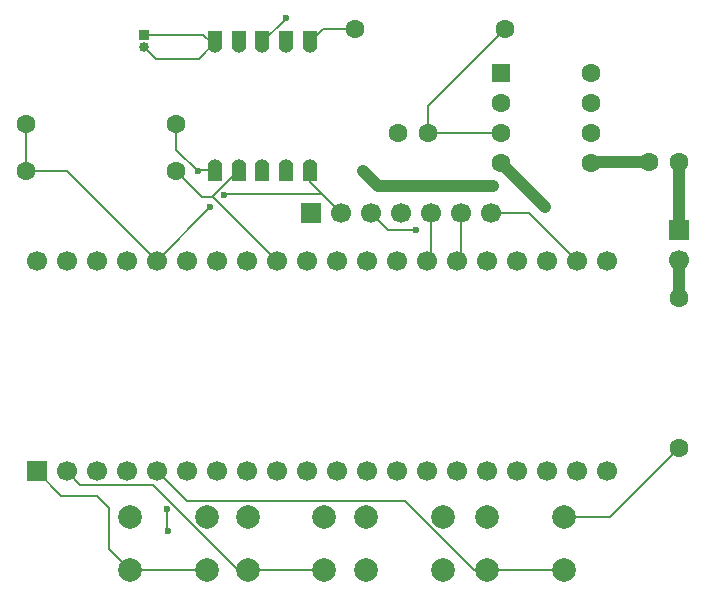
<source format=gbr>
%TF.GenerationSoftware,KiCad,Pcbnew,9.0.3*%
%TF.CreationDate,2025-07-26T00:16:14-07:00*%
%TF.ProjectId,ECE_299_ALARM,4543455f-3239-4395-9f41-4c41524d2e6b,1.0*%
%TF.SameCoordinates,Original*%
%TF.FileFunction,Copper,L1,Top*%
%TF.FilePolarity,Positive*%
%FSLAX46Y46*%
G04 Gerber Fmt 4.6, Leading zero omitted, Abs format (unit mm)*
G04 Created by KiCad (PCBNEW 9.0.3) date 2025-07-26 00:16:14*
%MOMM*%
%LPD*%
G01*
G04 APERTURE LIST*
G04 Aperture macros list*
%AMRoundRect*
0 Rectangle with rounded corners*
0 $1 Rounding radius*
0 $2 $3 $4 $5 $6 $7 $8 $9 X,Y pos of 4 corners*
0 Add a 4 corners polygon primitive as box body*
4,1,4,$2,$3,$4,$5,$6,$7,$8,$9,$2,$3,0*
0 Add four circle primitives for the rounded corners*
1,1,$1+$1,$2,$3*
1,1,$1+$1,$4,$5*
1,1,$1+$1,$6,$7*
1,1,$1+$1,$8,$9*
0 Add four rect primitives between the rounded corners*
20,1,$1+$1,$2,$3,$4,$5,0*
20,1,$1+$1,$4,$5,$6,$7,0*
20,1,$1+$1,$6,$7,$8,$9,0*
20,1,$1+$1,$8,$9,$2,$3,0*%
%AMFreePoly0*
4,1,18,-0.900000,0.625000,0.275000,0.625000,0.372772,0.617305,0.523217,0.573597,0.658067,0.493847,0.768847,0.383067,0.848597,0.248217,0.892305,0.097772,0.900000,0.000000,0.892305,-0.097772,0.848597,-0.248217,0.768847,-0.383067,0.658067,-0.493847,0.523217,-0.573597,0.372772,-0.617305,0.275000,-0.625000,-0.900000,-0.625000,-0.900000,0.625000,-0.900000,0.625000,$1*%
G04 Aperture macros list end*
%TA.AperFunction,SMDPad,CuDef*%
%ADD10FreePoly0,270.000000*%
%TD*%
%TA.AperFunction,SMDPad,CuDef*%
%ADD11FreePoly0,90.000000*%
%TD*%
%TA.AperFunction,ComponentPad*%
%ADD12C,1.600000*%
%TD*%
%TA.AperFunction,ComponentPad*%
%ADD13R,1.700000X1.700000*%
%TD*%
%TA.AperFunction,ComponentPad*%
%ADD14C,1.700000*%
%TD*%
%TA.AperFunction,ComponentPad*%
%ADD15C,2.000000*%
%TD*%
%TA.AperFunction,ComponentPad*%
%ADD16R,0.850000X0.850000*%
%TD*%
%TA.AperFunction,ComponentPad*%
%ADD17C,0.850000*%
%TD*%
%TA.AperFunction,ComponentPad*%
%ADD18RoundRect,0.250000X-0.550000X-0.550000X0.550000X-0.550000X0.550000X0.550000X-0.550000X0.550000X0*%
%TD*%
%TA.AperFunction,ViaPad*%
%ADD19C,0.600000*%
%TD*%
%TA.AperFunction,Conductor*%
%ADD20C,0.200000*%
%TD*%
%TA.AperFunction,Conductor*%
%ADD21C,1.000000*%
%TD*%
G04 APERTURE END LIST*
D10*
%TO.P,U1,10,FMIN*%
%TO.N,Net-(U1-FMIN)*%
X104000000Y-72600000D03*
%TO.P,U1,9,N/C*%
%TO.N,unconnected-(U1-N{slash}C-Pad9)*%
X106000000Y-72600000D03*
%TO.P,U1,8,LOUT*%
%TO.N,Net-(U1-LOUT)*%
X108000000Y-72600000D03*
%TO.P,U1,7,ROUT*%
%TO.N,unconnected-(U1-ROUT-Pad7)*%
X110000000Y-72600000D03*
%TO.P,U1,6,GND*%
%TO.N,GND*%
X112000000Y-72600000D03*
D11*
%TO.P,U1,5,VDD*%
%TO.N,+3.3V*%
X112000000Y-83400000D03*
%TO.P,U1,4,N/C*%
%TO.N,unconnected-(U1-N{slash}C-Pad4)*%
X110000000Y-83400000D03*
%TO.P,U1,3,N/C*%
%TO.N,unconnected-(U1-N{slash}C-Pad3)*%
X108000000Y-83400000D03*
%TO.P,U1,2,SCLK*%
%TO.N,Net-(U1-SCLK)*%
X106000000Y-83400000D03*
%TO.P,U1,1,SDIO*%
%TO.N,Net-(U1-SDIO)*%
X104000000Y-83400000D03*
%TD*%
D12*
%TO.P,R2,2*%
%TO.N,GND*%
X143250000Y-106950000D03*
%TO.P,R2,1*%
%TO.N,Net-(LS1-Pad2)*%
X143250000Y-94250000D03*
%TD*%
%TO.P,R3,1*%
%TO.N,+3.3V*%
X88000000Y-83500000D03*
%TO.P,R3,2*%
%TO.N,Net-(U1-SCLK)*%
X100700000Y-83500000D03*
%TD*%
D13*
%TO.P,LS1,1,1*%
%TO.N,Net-(C2-Pad2)*%
X143250000Y-88475000D03*
D14*
%TO.P,LS1,2,2*%
%TO.N,Net-(LS1-Pad2)*%
X143250000Y-91015000D03*
%TD*%
D15*
%TO.P,SW2,1,1*%
%TO.N,GND*%
X106750000Y-112750000D03*
X113250000Y-112750000D03*
%TO.P,SW2,2,2*%
%TO.N,SW2*%
X106750000Y-117250000D03*
X113250000Y-117250000D03*
%TD*%
D12*
%TO.P,C1,1*%
%TO.N,Net-(U1-LOUT)*%
X119500000Y-80250000D03*
%TO.P,C1,2*%
%TO.N,Net-(U3-+)*%
X122000000Y-80250000D03*
%TD*%
D16*
%TO.P,AE1,1*%
%TO.N,Net-(U1-FMIN)*%
X98000000Y-72000000D03*
D17*
%TO.P,AE1,2*%
X98000000Y-73000000D03*
%TD*%
D18*
%TO.P,U3,1,GAIN*%
%TO.N,unconnected-(U3-GAIN-Pad1)*%
X128195000Y-75190000D03*
D12*
%TO.P,U3,2,-*%
%TO.N,GND*%
X128195000Y-77730000D03*
%TO.P,U3,3,+*%
%TO.N,Net-(U3-+)*%
X128195000Y-80270000D03*
%TO.P,U3,4,GND*%
%TO.N,GND*%
X128195000Y-82810000D03*
%TO.P,U3,5*%
%TO.N,Net-(C2-Pad1)*%
X135815000Y-82810000D03*
%TO.P,U3,6,V+*%
%TO.N,+5V*%
X135815000Y-80270000D03*
%TO.P,U3,7,BYPASS*%
%TO.N,unconnected-(U3-BYPASS-Pad7)*%
X135815000Y-77730000D03*
%TO.P,U3,8,GAIN*%
%TO.N,unconnected-(U3-GAIN-Pad8)*%
X135815000Y-75190000D03*
%TD*%
%TO.P,R1,1*%
%TO.N,Net-(U3-+)*%
X128500000Y-71500000D03*
%TO.P,R1,2*%
%TO.N,GND*%
X115800000Y-71500000D03*
%TD*%
D15*
%TO.P,SW3,1,1*%
%TO.N,GND*%
X116750000Y-112750000D03*
X123250000Y-112750000D03*
%TO.P,SW3,2,2*%
%TO.N,SW3*%
X116750000Y-117250000D03*
X123250000Y-117250000D03*
%TD*%
%TO.P,SW1,1,1*%
%TO.N,GND*%
X96807950Y-112772844D03*
X103307950Y-112772844D03*
%TO.P,SW1,2,2*%
%TO.N,SW1*%
X96807950Y-117272844D03*
X103307950Y-117272844D03*
%TD*%
D12*
%TO.P,C2,1*%
%TO.N,Net-(C2-Pad1)*%
X140750000Y-82750000D03*
%TO.P,C2,2*%
%TO.N,Net-(C2-Pad2)*%
X143250000Y-82750000D03*
%TD*%
D13*
%TO.P,U2,1,GP0*%
%TO.N,SW1*%
X88870000Y-108890000D03*
D14*
%TO.P,U2,2,GP1*%
%TO.N,SW2*%
X91410000Y-108890000D03*
%TO.P,U2,3,GND*%
%TO.N,GND*%
X93950000Y-108890000D03*
%TO.P,U2,4,GP2*%
%TO.N,SW3*%
X96490000Y-108890000D03*
%TO.P,U2,5,GP3*%
%TO.N,SW4*%
X99030000Y-108890000D03*
%TO.P,U2,6,GP4*%
%TO.N,unconnected-(U2-GP4-Pad6)*%
X101570000Y-108890000D03*
%TO.P,U2,7,GP5*%
%TO.N,unconnected-(U2-GP5-Pad7)*%
X104110000Y-108890000D03*
%TO.P,U2,8,GND*%
%TO.N,unconnected-(U2-GND-Pad8)*%
X106650000Y-108890000D03*
%TO.P,U2,9,GP6*%
%TO.N,unconnected-(U2-GP6-Pad9)*%
X109190000Y-108890000D03*
%TO.P,U2,10,GP7*%
%TO.N,unconnected-(U2-GP7-Pad10)*%
X111730000Y-108890000D03*
%TO.P,U2,11,GP8*%
%TO.N,unconnected-(U2-GP8-Pad11)*%
X114270000Y-108890000D03*
%TO.P,U2,12,GP9*%
%TO.N,unconnected-(U2-GP9-Pad12)*%
X116810000Y-108890000D03*
%TO.P,U2,13,GND*%
%TO.N,unconnected-(U2-GND-Pad13)*%
X119350000Y-108890000D03*
%TO.P,U2,14,GP10*%
%TO.N,unconnected-(U2-GP10-Pad14)*%
X121890000Y-108890000D03*
%TO.P,U2,15,GP11*%
%TO.N,unconnected-(U2-GP11-Pad15)*%
X124430000Y-108890000D03*
%TO.P,U2,16,GP12*%
%TO.N,unconnected-(U2-GP12-Pad16)*%
X126970000Y-108890000D03*
%TO.P,U2,17,GP13*%
%TO.N,unconnected-(U2-GP13-Pad17)*%
X129510000Y-108890000D03*
%TO.P,U2,18,GND*%
%TO.N,unconnected-(U2-GND-Pad18)*%
X132050000Y-108890000D03*
%TO.P,U2,19,GP14*%
%TO.N,unconnected-(U2-GP14-Pad19)*%
X134590000Y-108890000D03*
%TO.P,U2,20,GP15*%
%TO.N,unconnected-(U2-GP15-Pad20)*%
X137130000Y-108890000D03*
%TO.P,U2,21,GP16*%
%TO.N,unconnected-(U2-GP16-Pad21)*%
X137130000Y-91110000D03*
%TO.P,U2,22,GP17*%
%TO.N,CS*%
X134590000Y-91110000D03*
%TO.P,U2,23,GND*%
%TO.N,GND*%
X132050000Y-91110000D03*
%TO.P,U2,24,GP18*%
%TO.N,SCLK*%
X129510000Y-91110000D03*
%TO.P,U2,25,GP19*%
%TO.N,SDA*%
X126970000Y-91110000D03*
%TO.P,U2,26,GP20*%
%TO.N,DC*%
X124430000Y-91110000D03*
%TO.P,U2,27,GP21*%
%TO.N,RES*%
X121890000Y-91110000D03*
%TO.P,U2,28,GND*%
%TO.N,unconnected-(U2-GND-Pad28)*%
X119350000Y-91110000D03*
%TO.P,U2,29,GP22*%
%TO.N,unconnected-(U2-GP22-Pad29)*%
X116810000Y-91110000D03*
%TO.P,U2,30,RUN*%
%TO.N,unconnected-(U2-RUN-Pad30)*%
X114270000Y-91110000D03*
%TO.P,U2,31,GP26/ADC0*%
%TO.N,Net-(U1-SDIO)*%
X111730000Y-91110000D03*
%TO.P,U2,32,GP27/ADC1*%
%TO.N,Net-(U1-SCLK)*%
X109190000Y-91110000D03*
%TO.P,U2,33,GND*%
%TO.N,unconnected-(U2-GND-Pad33)*%
X106650000Y-91110000D03*
%TO.P,U2,34,GP28/ADC2*%
%TO.N,unconnected-(U2-GP28{slash}ADC2-Pad34)*%
X104110000Y-91110000D03*
%TO.P,U2,35,ADC_VREF*%
%TO.N,unconnected-(U2-ADC_VREF-Pad35)*%
X101570000Y-91110000D03*
%TO.P,U2,36,3V3*%
%TO.N,+3.3V*%
X99030000Y-91110000D03*
%TO.P,U2,37,3V3_EN*%
%TO.N,unconnected-(U2-3V3_EN-Pad37)*%
X96490000Y-91110000D03*
%TO.P,U2,38,GND*%
%TO.N,unconnected-(U2-GND-Pad38)*%
X93950000Y-91110000D03*
%TO.P,U2,39,VSYS*%
%TO.N,unconnected-(U2-VSYS-Pad39)*%
X91410000Y-91110000D03*
%TO.P,U2,40,VBUS*%
%TO.N,+5V*%
X88870000Y-91110000D03*
%TD*%
D12*
%TO.P,R4,1*%
%TO.N,+3.3V*%
X88000000Y-79500000D03*
%TO.P,R4,2*%
%TO.N,Net-(U1-SDIO)*%
X100700000Y-79500000D03*
%TD*%
D13*
%TO.P,DISP1,1,VSS/GND*%
%TO.N,GND*%
X112120000Y-87050000D03*
D14*
%TO.P,DISP1,2,VDD*%
%TO.N,+3.3V*%
X114660000Y-87050000D03*
%TO.P,DISP1,3,SCLK*%
%TO.N,SCLK*%
X117200000Y-87050000D03*
%TO.P,DISP1,4,SDA*%
%TO.N,SDA*%
X119740000Y-87050000D03*
%TO.P,DISP1,5,RES*%
%TO.N,RES*%
X122280000Y-87050000D03*
%TO.P,DISP1,6,DC*%
%TO.N,DC*%
X124820000Y-87050000D03*
%TO.P,DISP1,7,CS*%
%TO.N,CS*%
X127360000Y-87050000D03*
%TD*%
D15*
%TO.P,SW4,1,1*%
%TO.N,GND*%
X127000000Y-112750000D03*
X133500000Y-112750000D03*
%TO.P,SW4,2,2*%
%TO.N,SW4*%
X127000000Y-117250000D03*
X133500000Y-117250000D03*
%TD*%
D19*
%TO.N,GND*%
X131885000Y-86500000D03*
%TO.N,Net-(U1-LOUT)*%
X110000000Y-70500000D03*
%TO.N,SCLK*%
X121000000Y-88500000D03*
%TO.N,+3.3V*%
X104749265Y-85499265D03*
X103570000Y-86570000D03*
%TO.N,Net-(U1-SDIO)*%
X102500000Y-83500000D03*
%TO.N,SW3*%
X100000000Y-114000000D03*
X99923342Y-112076658D03*
%TO.N,+5V*%
X127500000Y-84750000D03*
X116500000Y-83500000D03*
%TD*%
D20*
%TO.N,Net-(U3-+)*%
X128195000Y-80270000D02*
X122020000Y-80270000D01*
X122020000Y-80270000D02*
X122000000Y-80250000D01*
X127925000Y-80000000D02*
X128195000Y-80270000D01*
%TO.N,Net-(U1-SDIO)*%
X102500000Y-83500000D02*
X100700000Y-81700000D01*
X100700000Y-81700000D02*
X100700000Y-79500000D01*
D21*
%TO.N,GND*%
X131885000Y-86500000D02*
X128195000Y-82810000D01*
%TO.N,Net-(LS1-Pad2)*%
X143250000Y-91015000D02*
X143250000Y-94250000D01*
%TO.N,Net-(C2-Pad2)*%
X143250000Y-82750000D02*
X143250000Y-88475000D01*
D20*
%TO.N,GND*%
X133500000Y-112750000D02*
X137450000Y-112750000D01*
X137450000Y-112750000D02*
X143250000Y-106950000D01*
D21*
%TO.N,Net-(C2-Pad1)*%
X135815000Y-82810000D02*
X135875000Y-82750000D01*
X135875000Y-82750000D02*
X140750000Y-82750000D01*
D20*
%TO.N,Net-(U1-FMIN)*%
X102600000Y-74000000D02*
X99000000Y-74000000D01*
X103000000Y-72000000D02*
X98000000Y-72000000D01*
X99000000Y-74000000D02*
X98000000Y-73000000D01*
X103600000Y-72600000D02*
X103000000Y-72000000D01*
X104000000Y-72600000D02*
X103600000Y-72600000D01*
X104000000Y-72600000D02*
X102600000Y-74000000D01*
%TO.N,Net-(U1-LOUT)*%
X110000000Y-70600000D02*
X108000000Y-72600000D01*
X110000000Y-70500000D02*
X110000000Y-70600000D01*
%TO.N,GND*%
X112000000Y-72600000D02*
X113100000Y-71500000D01*
X113100000Y-71500000D02*
X115800000Y-71500000D01*
%TO.N,SCLK*%
X118650000Y-88500000D02*
X117200000Y-87050000D01*
X121000000Y-88500000D02*
X118650000Y-88500000D01*
%TO.N,DC*%
X124820000Y-87050000D02*
X124820000Y-90720000D01*
X124820000Y-90720000D02*
X124430000Y-91110000D01*
%TO.N,CS*%
X127360000Y-87050000D02*
X130530000Y-87050000D01*
X130530000Y-87050000D02*
X134590000Y-91110000D01*
%TO.N,+3.3V*%
X91420000Y-83500000D02*
X88000000Y-83500000D01*
X112000000Y-83400000D02*
X112000000Y-84390000D01*
X99030000Y-91110000D02*
X91420000Y-83500000D01*
X88000000Y-83500000D02*
X88000000Y-79500000D01*
X104749265Y-85499265D02*
X104803530Y-85445000D01*
X104803530Y-85445000D02*
X113055000Y-85445000D01*
X103570000Y-86570000D02*
X99030000Y-91110000D01*
X112000000Y-84390000D02*
X113055000Y-85445000D01*
X113055000Y-85445000D02*
X114660000Y-87050000D01*
%TO.N,RES*%
X122280000Y-87050000D02*
X122280000Y-90720000D01*
X122280000Y-90720000D02*
X121890000Y-91110000D01*
%TO.N,Net-(U1-SCLK)*%
X100700000Y-83500000D02*
X101801000Y-84601000D01*
X101801000Y-84601000D02*
X102910000Y-85710000D01*
X102910000Y-85710000D02*
X103790000Y-85710000D01*
X102910000Y-85710000D02*
X103690000Y-85710000D01*
X103690000Y-85710000D02*
X106000000Y-83400000D01*
X103790000Y-85710000D02*
X109190000Y-91110000D01*
%TO.N,Net-(U1-SDIO)*%
X103900000Y-83500000D02*
X104000000Y-83400000D01*
X102600000Y-83400000D02*
X102500000Y-83500000D01*
X104000000Y-82800000D02*
X104000000Y-83400000D01*
X104000000Y-83400000D02*
X102600000Y-83400000D01*
%TO.N,SW1*%
X96807950Y-117272844D02*
X103307950Y-117272844D01*
X95000000Y-115464894D02*
X96807950Y-117272844D01*
X95000000Y-112000000D02*
X95000000Y-115464894D01*
X88870000Y-108890000D02*
X90980000Y-111000000D01*
X94000000Y-111000000D02*
X95000000Y-112000000D01*
X90980000Y-111000000D02*
X94000000Y-111000000D01*
%TO.N,SW2*%
X105945214Y-117250000D02*
X106750000Y-117250000D01*
X98736214Y-110041000D02*
X105945214Y-117250000D01*
X106750000Y-117250000D02*
X113250000Y-117250000D01*
X91410000Y-108890000D02*
X92561000Y-110041000D01*
X92561000Y-110041000D02*
X98736214Y-110041000D01*
%TO.N,SW3*%
X99923342Y-113923342D02*
X100000000Y-114000000D01*
X99923342Y-112076658D02*
X99923342Y-113923342D01*
%TO.N,SW4*%
X99030000Y-108890000D02*
X101589000Y-111449000D01*
X120109108Y-111449000D02*
X125910108Y-117250000D01*
X127000000Y-117250000D02*
X133500000Y-117250000D01*
X125910108Y-117250000D02*
X127000000Y-117250000D01*
X101589000Y-111449000D02*
X120109108Y-111449000D01*
D21*
%TO.N,+5V*%
X117750000Y-84750000D02*
X116500000Y-83500000D01*
X127500000Y-84750000D02*
X117750000Y-84750000D01*
D20*
%TO.N,Net-(U3-+)*%
X122000000Y-78000000D02*
X128500000Y-71500000D01*
X122000000Y-80250000D02*
X122000000Y-78000000D01*
%TD*%
M02*

</source>
